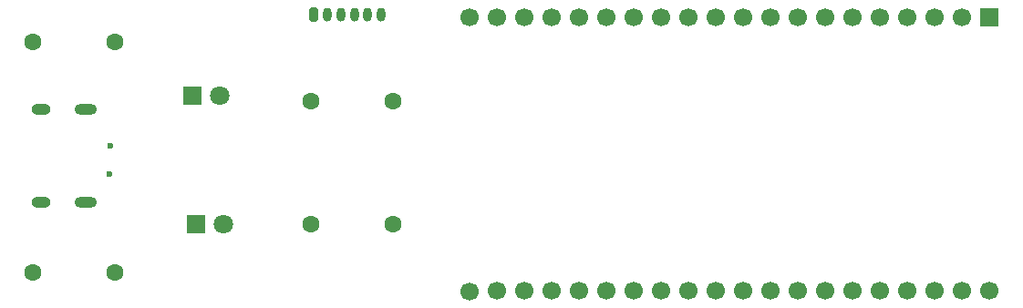
<source format=gbr>
%TF.GenerationSoftware,KiCad,Pcbnew,9.0.6-9.0.6~ubuntu24.04.1*%
%TF.CreationDate,2025-12-30T16:15:30+01:00*%
%TF.ProjectId,security-system,73656375-7269-4747-992d-73797374656d,0*%
%TF.SameCoordinates,Original*%
%TF.FileFunction,Copper,L3,Inr*%
%TF.FilePolarity,Positive*%
%FSLAX46Y46*%
G04 Gerber Fmt 4.6, Leading zero omitted, Abs format (unit mm)*
G04 Created by KiCad (PCBNEW 9.0.6-9.0.6~ubuntu24.04.1) date 2025-12-30 16:15:30*
%MOMM*%
%LPD*%
G01*
G04 APERTURE LIST*
G04 Aperture macros list*
%AMRoundRect*
0 Rectangle with rounded corners*
0 $1 Rounding radius*
0 $2 $3 $4 $5 $6 $7 $8 $9 X,Y pos of 4 corners*
0 Add a 4 corners polygon primitive as box body*
4,1,4,$2,$3,$4,$5,$6,$7,$8,$9,$2,$3,0*
0 Add four circle primitives for the rounded corners*
1,1,$1+$1,$2,$3*
1,1,$1+$1,$4,$5*
1,1,$1+$1,$6,$7*
1,1,$1+$1,$8,$9*
0 Add four rect primitives between the rounded corners*
20,1,$1+$1,$2,$3,$4,$5,0*
20,1,$1+$1,$4,$5,$6,$7,0*
20,1,$1+$1,$6,$7,$8,$9,0*
20,1,$1+$1,$8,$9,$2,$3,0*%
G04 Aperture macros list end*
%TA.AperFunction,ComponentPad*%
%ADD10O,0.800000X1.300000*%
%TD*%
%TA.AperFunction,ComponentPad*%
%ADD11RoundRect,0.200000X-0.200000X-0.450000X0.200000X-0.450000X0.200000X0.450000X-0.200000X0.450000X0*%
%TD*%
%TA.AperFunction,HeatsinkPad*%
%ADD12O,2.100000X1.000000*%
%TD*%
%TA.AperFunction,HeatsinkPad*%
%ADD13O,1.800000X1.000000*%
%TD*%
%TA.AperFunction,ComponentPad*%
%ADD14R,1.800000X1.800000*%
%TD*%
%TA.AperFunction,ComponentPad*%
%ADD15C,1.800000*%
%TD*%
%TA.AperFunction,ComponentPad*%
%ADD16C,1.600000*%
%TD*%
%TA.AperFunction,ComponentPad*%
%ADD17C,1.700000*%
%TD*%
%TA.AperFunction,ComponentPad*%
%ADD18R,1.700000X1.700000*%
%TD*%
%TA.AperFunction,ViaPad*%
%ADD19C,0.600000*%
%TD*%
G04 APERTURE END LIST*
D10*
%TO.N,+5V*%
%TO.C,J1*%
X159470000Y-73520000D03*
%TO.N,/SDA*%
X158220000Y-73520000D03*
%TO.N,/SCL*%
X156970000Y-73520000D03*
%TO.N,GND*%
X155720000Y-73520000D03*
X154470000Y-73520000D03*
D11*
%TO.N,unconnected-(J1-Pin_1-Pad1)*%
X153220000Y-73520000D03*
%TD*%
D12*
%TO.N,GND*%
%TO.C,J2*%
X132060000Y-82300000D03*
D13*
X127880000Y-82300000D03*
D12*
X132060000Y-90940000D03*
D13*
X127880000Y-90940000D03*
%TD*%
D14*
%TO.N,GND*%
%TO.C,DETECTION LED*%
X142275000Y-92950000D03*
D15*
%TO.N,Net-(D2-A)*%
X144815000Y-92950000D03*
%TD*%
D16*
%TO.N,+5V*%
%TO.C,R1*%
X152960000Y-81550000D03*
%TO.N,Net-(D1-A)*%
X160580000Y-81550000D03*
%TD*%
D14*
%TO.N,GND*%
%TO.C,POWER-ON LED*%
X141955000Y-81090000D03*
D15*
%TO.N,Net-(D1-A)*%
X144495000Y-81090000D03*
%TD*%
D16*
%TO.N,Net-(J2-CC2)*%
%TO.C,R4*%
X134750000Y-97470000D03*
%TO.N,GND*%
X127130000Y-97470000D03*
%TD*%
%TO.N,+5V*%
%TO.C,R2*%
X152930000Y-92990000D03*
%TO.N,Net-(D2-A)*%
X160550000Y-92990000D03*
%TD*%
%TO.N,Net-(J2-CC1)*%
%TO.C,R3*%
X134750000Y-76060000D03*
%TO.N,GND*%
X127130000Y-76060000D03*
%TD*%
D17*
%TO.N,+5V*%
%TO.C,U1*%
X167670000Y-73810000D03*
%TO.N,unconnected-(U1-GPIO16-Pad15)*%
X198150000Y-73800000D03*
%TO.N,/SCL*%
X182910000Y-73800000D03*
%TO.N,unconnected-(U1-GPIO46-Pad25)*%
X185450000Y-73800000D03*
D18*
%TO.N,+3.3V*%
X215930000Y-73800000D03*
D17*
%TO.N,unconnected-(U1-GPIO15-Pad13)*%
X200690000Y-73800000D03*
%TO.N,unconnected-(U1-GPIO7-Pad11)*%
X203230000Y-73800000D03*
%TO.N,unconnected-(U1-GPIO4-Pad5)*%
X210850000Y-73800000D03*
%TO.N,unconnected-(U1-GPIO3-Pad23)*%
X187990000Y-73800000D03*
%TO.N,/SDA*%
X190530000Y-73800000D03*
%TO.N,unconnected-(U1-GPIO10-Pad29)*%
X180370000Y-73800000D03*
%TO.N,unconnected-(U1-GPIO5-Pad7)*%
X208310000Y-73800000D03*
%TO.N,unconnected-(U1-GPIO6-Pad9)*%
X205770000Y-73800000D03*
%TO.N,unconnected-(U1-GPIO11-Pad31)*%
X177830000Y-73800000D03*
%TO.N,unconnected-(U1-GPIO12-Pad33)*%
X175290000Y-73800000D03*
%TO.N,unconnected-(U1-GPIO13-Pad35)*%
X172750000Y-73800000D03*
%TO.N,unconnected-(U1-GPIO18-Pad19)*%
X193070000Y-73800000D03*
%TO.N,unconnected-(U1-GPIO14-Pad37)*%
X170210000Y-73800000D03*
%TO.N,unconnected-(U1-GPIO17-Pad17)*%
X195610000Y-73800000D03*
%TO.N,unconnected-(U1-RST-Pad3)*%
X213390000Y-73800000D03*
%TO.N,GND*%
X167670000Y-99250000D03*
%TO.N,unconnected-(U1-GPIO19-Pad38)*%
X170210000Y-99200000D03*
%TO.N,unconnected-(U1-GPIO20-Pad36)*%
X172750000Y-99200000D03*
%TO.N,unconnected-(U1-GPIO21-Pad34)*%
X175290000Y-99200000D03*
%TO.N,unconnected-(U1-GPIO47-Pad32)*%
X177830000Y-99200000D03*
%TO.N,unconnected-(U1-GPIO48-Pad30)*%
X180370000Y-99200000D03*
%TO.N,unconnected-(U1-GPIO45-Pad28)*%
X182910000Y-99200000D03*
%TO.N,unconnected-(U1-GPIO37-Pad20)*%
X193070000Y-99200000D03*
%TO.N,unconnected-(U1-GPIO36-Pad22)*%
X190530000Y-99200000D03*
%TO.N,unconnected-(U1-GPIO39-Pad16)*%
X198150000Y-99200000D03*
%TO.N,unconnected-(U1-GPIO42-Pad10)*%
X205770000Y-99200000D03*
%TO.N,unconnected-(U1-GPIO41-Pad12)*%
X203230000Y-99200000D03*
%TO.N,unconnected-(U1-GPIO40-Pad14)*%
X200690000Y-99200000D03*
%TO.N,unconnected-(U1-GPIO44-Pad4)*%
X213390000Y-99200000D03*
%TO.N,unconnected-(U1-GPIO0-Pad26)*%
X185450000Y-99200000D03*
%TO.N,unconnected-(U1-GPIO38-Pad18)*%
X195610000Y-99200000D03*
%TO.N,unconnected-(U1-GPIO35-Pad24)*%
X187990000Y-99200000D03*
%TO.N,unconnected-(U1-GPIO1-Pad6)*%
X210850000Y-99200000D03*
%TO.N,unconnected-(U1-GPIO2-Pad8)*%
X208310000Y-99200000D03*
%TO.N,unconnected-(U1-GPIO43-Pad2)*%
X215930000Y-99200000D03*
%TD*%
D19*
%TO.N,+5V*%
X134290000Y-85750000D03*
X134270000Y-88370000D03*
%TD*%
M02*

</source>
